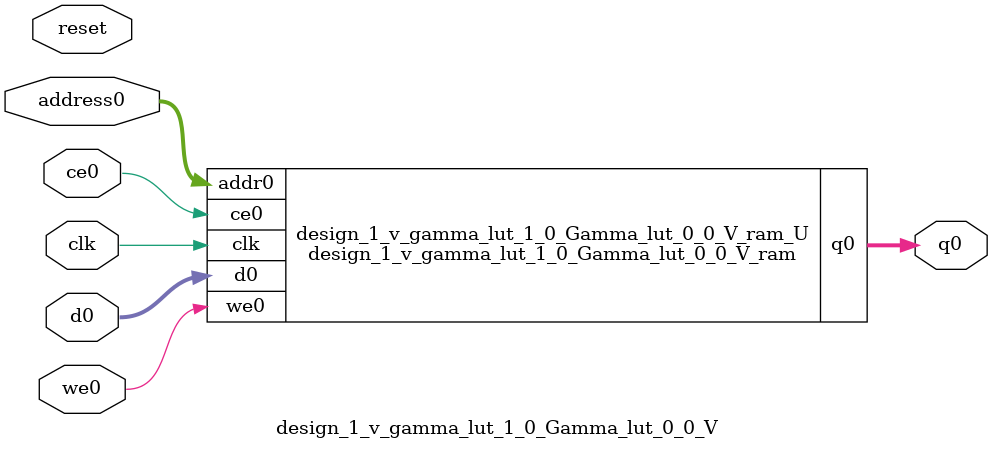
<source format=v>
`timescale 1 ns / 1 ps
module design_1_v_gamma_lut_1_0_Gamma_lut_0_0_V_ram (addr0, ce0, d0, we0, q0,  clk);

parameter DWIDTH = 10;
parameter AWIDTH = 10;
parameter MEM_SIZE = 1024;

input[AWIDTH-1:0] addr0;
input ce0;
input[DWIDTH-1:0] d0;
input we0;
output reg[DWIDTH-1:0] q0;
input clk;

(* ram_style = "block" *)reg [DWIDTH-1:0] ram[0:MEM_SIZE-1];




always @(posedge clk)  
begin 
    if (ce0) begin
        if (we0) 
            ram[addr0] <= d0; 
        q0 <= ram[addr0];
    end
end


endmodule

`timescale 1 ns / 1 ps
module design_1_v_gamma_lut_1_0_Gamma_lut_0_0_V(
    reset,
    clk,
    address0,
    ce0,
    we0,
    d0,
    q0);

parameter DataWidth = 32'd10;
parameter AddressRange = 32'd1024;
parameter AddressWidth = 32'd10;
input reset;
input clk;
input[AddressWidth - 1:0] address0;
input ce0;
input we0;
input[DataWidth - 1:0] d0;
output[DataWidth - 1:0] q0;



design_1_v_gamma_lut_1_0_Gamma_lut_0_0_V_ram design_1_v_gamma_lut_1_0_Gamma_lut_0_0_V_ram_U(
    .clk( clk ),
    .addr0( address0 ),
    .ce0( ce0 ),
    .we0( we0 ),
    .d0( d0 ),
    .q0( q0 ));

endmodule


</source>
